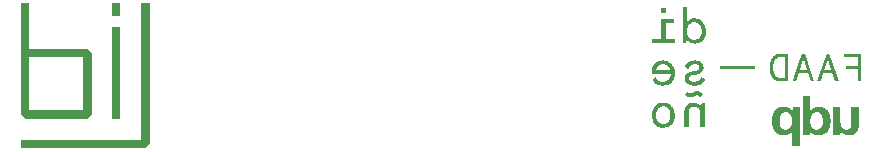
<source format=gbr>
%TF.GenerationSoftware,KiCad,Pcbnew,9.0.2*%
%TF.CreationDate,2025-06-20T13:08:06-04:00*%
%TF.ProjectId,proyecto_2_control,70726f79-6563-4746-9f5f-325f636f6e74,rev?*%
%TF.SameCoordinates,Original*%
%TF.FileFunction,Legend,Bot*%
%TF.FilePolarity,Positive*%
%FSLAX46Y46*%
G04 Gerber Fmt 4.6, Leading zero omitted, Abs format (unit mm)*
G04 Created by KiCad (PCBNEW 9.0.2) date 2025-06-20 13:08:06*
%MOMM*%
%LPD*%
G01*
G04 APERTURE LIST*
%ADD10C,0.000000*%
G04 APERTURE END LIST*
D10*
G36*
X129945927Y-58334690D02*
G01*
X129648271Y-58334690D01*
X129648271Y-57257888D01*
X128645288Y-57257888D01*
X128645288Y-57000000D01*
X129648271Y-57000000D01*
X129648271Y-56254668D01*
X128465504Y-56254668D01*
X128465504Y-55975824D01*
X129945927Y-55975824D01*
X129945927Y-58334690D01*
G37*
G36*
X124727180Y-63770607D02*
G01*
X124107102Y-63770607D01*
X124107102Y-62564980D01*
X124097815Y-62564980D01*
X124057035Y-62610662D01*
X124016176Y-62652019D01*
X123975173Y-62689241D01*
X123933959Y-62722518D01*
X123892468Y-62752041D01*
X123850632Y-62777999D01*
X123808385Y-62800582D01*
X123765661Y-62819982D01*
X123722392Y-62836387D01*
X123678513Y-62849988D01*
X123633956Y-62860975D01*
X123588656Y-62869538D01*
X123542544Y-62875867D01*
X123495556Y-62880152D01*
X123447623Y-62882584D01*
X123398681Y-62883353D01*
X123330197Y-62881660D01*
X123264472Y-62876649D01*
X123201466Y-62868416D01*
X123141142Y-62857060D01*
X123083460Y-62842679D01*
X123028384Y-62825369D01*
X122975873Y-62805229D01*
X122925891Y-62782358D01*
X122878398Y-62756852D01*
X122833358Y-62728810D01*
X122790730Y-62698329D01*
X122750477Y-62665507D01*
X122712562Y-62630443D01*
X122676944Y-62593233D01*
X122643587Y-62553977D01*
X122612451Y-62512771D01*
X122583500Y-62469713D01*
X122556693Y-62424902D01*
X122531994Y-62378435D01*
X122509363Y-62330410D01*
X122488763Y-62280925D01*
X122470154Y-62230077D01*
X122453500Y-62177965D01*
X122438762Y-62124687D01*
X122414878Y-62015021D01*
X122398197Y-61901863D01*
X122388414Y-61785996D01*
X122385221Y-61668202D01*
X123032921Y-61668202D01*
X123034323Y-61727545D01*
X123038699Y-61789112D01*
X123046307Y-61852068D01*
X123057403Y-61915577D01*
X123072244Y-61978803D01*
X123091087Y-62040913D01*
X123114188Y-62101071D01*
X123141804Y-62158442D01*
X123157385Y-62185821D01*
X123174191Y-62212191D01*
X123192255Y-62237446D01*
X123211608Y-62261482D01*
X123232282Y-62284196D01*
X123254309Y-62305482D01*
X123277722Y-62325236D01*
X123302553Y-62343354D01*
X123328833Y-62359731D01*
X123356595Y-62374264D01*
X123385871Y-62386847D01*
X123416693Y-62397376D01*
X123449093Y-62405747D01*
X123483103Y-62411855D01*
X123518755Y-62415597D01*
X123556082Y-62416868D01*
X123593474Y-62415651D01*
X123629320Y-62412062D01*
X123663641Y-62406196D01*
X123696463Y-62398147D01*
X123727808Y-62388009D01*
X123757700Y-62375876D01*
X123786162Y-62361841D01*
X123813219Y-62345999D01*
X123838895Y-62328445D01*
X123863211Y-62309271D01*
X123886193Y-62288572D01*
X123907864Y-62266443D01*
X123928247Y-62242976D01*
X123947367Y-62218267D01*
X123965246Y-62192409D01*
X123981909Y-62165497D01*
X123997378Y-62137624D01*
X124011679Y-62108884D01*
X124024834Y-62079371D01*
X124036866Y-62049181D01*
X124047801Y-62018405D01*
X124057660Y-61987140D01*
X124074249Y-61923513D01*
X124086823Y-61859054D01*
X124095570Y-61794514D01*
X124100679Y-61730646D01*
X124102340Y-61668202D01*
X124100473Y-61605910D01*
X124094789Y-61542473D01*
X124085168Y-61478603D01*
X124071488Y-61415012D01*
X124053628Y-61352413D01*
X124031467Y-61291518D01*
X124004882Y-61233041D01*
X123973753Y-61177694D01*
X123956446Y-61151417D01*
X123937958Y-61126190D01*
X123918273Y-61102101D01*
X123897376Y-61079240D01*
X123875252Y-61057697D01*
X123851886Y-61037559D01*
X123827262Y-61018916D01*
X123801365Y-61001858D01*
X123774181Y-60986473D01*
X123745694Y-60972850D01*
X123715888Y-60961078D01*
X123684749Y-60951247D01*
X123652262Y-60943446D01*
X123618411Y-60937763D01*
X123583181Y-60934289D01*
X123546677Y-60933114D01*
X123509892Y-60934342D01*
X123474665Y-60937970D01*
X123441080Y-60943896D01*
X123409104Y-60952019D01*
X123378703Y-60962241D01*
X123349845Y-60974462D01*
X123322497Y-60988583D01*
X123296625Y-61004503D01*
X123272198Y-61022125D01*
X123249181Y-61041348D01*
X123227542Y-61062073D01*
X123207247Y-61084201D01*
X123188265Y-61107632D01*
X123170561Y-61132266D01*
X123154102Y-61158005D01*
X123138857Y-61184749D01*
X123124791Y-61212398D01*
X123111872Y-61240854D01*
X123100066Y-61270016D01*
X123089341Y-61299786D01*
X123079664Y-61330063D01*
X123071001Y-61360749D01*
X123056588Y-61422948D01*
X123045838Y-61485589D01*
X123038486Y-61547874D01*
X123034268Y-61609010D01*
X123032921Y-61668202D01*
X122385221Y-61668202D01*
X122388410Y-61550565D01*
X122398170Y-61435143D01*
X122414785Y-61322678D01*
X122438542Y-61213911D01*
X122469726Y-61109584D01*
X122508622Y-61010438D01*
X122531052Y-60963040D01*
X122555517Y-60917215D01*
X122582053Y-60873057D01*
X122610695Y-60830657D01*
X122641480Y-60790108D01*
X122674444Y-60751504D01*
X122709621Y-60714937D01*
X122747047Y-60680499D01*
X122786759Y-60648284D01*
X122828792Y-60618384D01*
X122873182Y-60590891D01*
X122919964Y-60565899D01*
X122969174Y-60543500D01*
X123020848Y-60523786D01*
X123075021Y-60506852D01*
X123131730Y-60492788D01*
X123191009Y-60481688D01*
X123252896Y-60473645D01*
X123317424Y-60468751D01*
X123384631Y-60467099D01*
X123451779Y-60468921D01*
X123515918Y-60474299D01*
X123577096Y-60483097D01*
X123635362Y-60495183D01*
X123690765Y-60510422D01*
X123743354Y-60528681D01*
X123793177Y-60549825D01*
X123840284Y-60573720D01*
X123884722Y-60600233D01*
X123926542Y-60629229D01*
X123965792Y-60660575D01*
X124002521Y-60694137D01*
X124036777Y-60729780D01*
X124068610Y-60767371D01*
X124098068Y-60806776D01*
X124125200Y-60847861D01*
X124134725Y-60847861D01*
X124134725Y-60520916D01*
X124727180Y-60520916D01*
X124727180Y-61668202D01*
X124727180Y-63770607D01*
G37*
G36*
X114159432Y-57412192D02*
G01*
X114169633Y-57501074D01*
X114173717Y-57590713D01*
X114171725Y-57680531D01*
X114163696Y-57769952D01*
X114149666Y-57858399D01*
X114129677Y-57945297D01*
X114103765Y-58030068D01*
X114071971Y-58112136D01*
X114034333Y-58190926D01*
X113990889Y-58265859D01*
X113941678Y-58336361D01*
X113886740Y-58401853D01*
X113826112Y-58461761D01*
X113759834Y-58515507D01*
X113687944Y-58562515D01*
X113610482Y-58602208D01*
X113527485Y-58634010D01*
X113438993Y-58657345D01*
X113345045Y-58671637D01*
X113259868Y-58678674D01*
X113176126Y-58682524D01*
X113094061Y-58682749D01*
X113013913Y-58678907D01*
X112974634Y-58675324D01*
X112935924Y-58670558D01*
X112897814Y-58664556D01*
X112860334Y-58657263D01*
X112823515Y-58648622D01*
X112787385Y-58638580D01*
X112751976Y-58627081D01*
X112717318Y-58614070D01*
X112683440Y-58599492D01*
X112650373Y-58583292D01*
X112618146Y-58565416D01*
X112586791Y-58545807D01*
X112556337Y-58524412D01*
X112526814Y-58501174D01*
X112498253Y-58476039D01*
X112470683Y-58448953D01*
X112444135Y-58419859D01*
X112418639Y-58388703D01*
X112394224Y-58355430D01*
X112370922Y-58319985D01*
X112348762Y-58282312D01*
X112327774Y-58242358D01*
X112307989Y-58200066D01*
X112289436Y-58155382D01*
X112284673Y-58122758D01*
X112557089Y-57983218D01*
X112585864Y-58040154D01*
X112618235Y-58092282D01*
X112653911Y-58139663D01*
X112692599Y-58182356D01*
X112734005Y-58220423D01*
X112777837Y-58253922D01*
X112823802Y-58282915D01*
X112871607Y-58307462D01*
X112920959Y-58327623D01*
X112971567Y-58343458D01*
X113023135Y-58355027D01*
X113075373Y-58362392D01*
X113127986Y-58365611D01*
X113180683Y-58364745D01*
X113233170Y-58359856D01*
X113285155Y-58351001D01*
X113336344Y-58338243D01*
X113386446Y-58321642D01*
X113435166Y-58301257D01*
X113482213Y-58277148D01*
X113527292Y-58249377D01*
X113570113Y-58218003D01*
X113610381Y-58183087D01*
X113647804Y-58144688D01*
X113682089Y-58102868D01*
X113712944Y-58057686D01*
X113740074Y-58009203D01*
X113763189Y-57957478D01*
X113781994Y-57902573D01*
X113796197Y-57844547D01*
X113805505Y-57783461D01*
X113809625Y-57719375D01*
X112221334Y-57719375D01*
X112215731Y-57663572D01*
X112212067Y-57601361D01*
X112210797Y-57522981D01*
X112211756Y-57479300D01*
X112214148Y-57433462D01*
X112218253Y-57386096D01*
X112218265Y-57386000D01*
X112595188Y-57386000D01*
X113785812Y-57386000D01*
X113775749Y-57326088D01*
X113760187Y-57269821D01*
X113739501Y-57217219D01*
X113714065Y-57168307D01*
X113684253Y-57123104D01*
X113650442Y-57081635D01*
X113613006Y-57043920D01*
X113572319Y-57009982D01*
X113528757Y-56979843D01*
X113482693Y-56953525D01*
X113434504Y-56931050D01*
X113384563Y-56912440D01*
X113333246Y-56897718D01*
X113280928Y-56886905D01*
X113227982Y-56880024D01*
X113174785Y-56877097D01*
X113121710Y-56878145D01*
X113069133Y-56883192D01*
X113017428Y-56892258D01*
X112966970Y-56905366D01*
X112918135Y-56922539D01*
X112871296Y-56943798D01*
X112826829Y-56969165D01*
X112785108Y-56998663D01*
X112746508Y-57032314D01*
X112711405Y-57070140D01*
X112680172Y-57112162D01*
X112653185Y-57158403D01*
X112630818Y-57208885D01*
X112613446Y-57263631D01*
X112601445Y-57322662D01*
X112595188Y-57386000D01*
X112218265Y-57386000D01*
X112224348Y-57337831D01*
X112232711Y-57289296D01*
X112243622Y-57241118D01*
X112257358Y-57193927D01*
X112274198Y-57148351D01*
X112291230Y-57102132D01*
X112310224Y-57057856D01*
X112331112Y-57015513D01*
X112353824Y-56975096D01*
X112378292Y-56936593D01*
X112404448Y-56899998D01*
X112432224Y-56865299D01*
X112461550Y-56832489D01*
X112492359Y-56801558D01*
X112524582Y-56772497D01*
X112558150Y-56745296D01*
X112592996Y-56719948D01*
X112629050Y-56696441D01*
X112666244Y-56674769D01*
X112704510Y-56654921D01*
X112743780Y-56636888D01*
X112825055Y-56606232D01*
X112909521Y-56582727D01*
X112996632Y-56566302D01*
X113085839Y-56556882D01*
X113176595Y-56554395D01*
X113268351Y-56558769D01*
X113360562Y-56569930D01*
X113452678Y-56587805D01*
X113545908Y-56614401D01*
X113632518Y-56649248D01*
X113712547Y-56691768D01*
X113786035Y-56741385D01*
X113853019Y-56797523D01*
X113913539Y-56859605D01*
X113967633Y-56927055D01*
X114015341Y-56999296D01*
X114056700Y-57075751D01*
X114091750Y-57155845D01*
X114120530Y-57239001D01*
X114143078Y-57324642D01*
X114154539Y-57386000D01*
X114159432Y-57412192D01*
G37*
G36*
X114164633Y-61198275D02*
G01*
X114160383Y-61298036D01*
X114148632Y-61396922D01*
X114129330Y-61494150D01*
X114102426Y-61588934D01*
X114067871Y-61680488D01*
X114025614Y-61768028D01*
X113975605Y-61850767D01*
X113917794Y-61927921D01*
X113852130Y-61998703D01*
X113778563Y-62062330D01*
X113697043Y-62118014D01*
X113607521Y-62164972D01*
X113509944Y-62202417D01*
X113404264Y-62229565D01*
X113290430Y-62245630D01*
X113168392Y-62249826D01*
X113038099Y-62241368D01*
X112933193Y-62223419D01*
X112835356Y-62194393D01*
X112744623Y-62155088D01*
X112661029Y-62106302D01*
X112584610Y-62048833D01*
X112515402Y-61983480D01*
X112453439Y-61911039D01*
X112398756Y-61832310D01*
X112351390Y-61748090D01*
X112311375Y-61659178D01*
X112278746Y-61566370D01*
X112253540Y-61470467D01*
X112235791Y-61372264D01*
X112225535Y-61272562D01*
X112223820Y-61209469D01*
X112587455Y-61209469D01*
X112588101Y-61258292D01*
X112590835Y-61306281D01*
X112595682Y-61353321D01*
X112602663Y-61399297D01*
X112611802Y-61444094D01*
X112623123Y-61487596D01*
X112636647Y-61529689D01*
X112652399Y-61570256D01*
X112670401Y-61609182D01*
X112690677Y-61646353D01*
X112713249Y-61681653D01*
X112738141Y-61714966D01*
X112765375Y-61746178D01*
X112794976Y-61775173D01*
X112826966Y-61801836D01*
X112861368Y-61826051D01*
X112898205Y-61847704D01*
X112937500Y-61866678D01*
X112979277Y-61882860D01*
X113023559Y-61896132D01*
X113070368Y-61906381D01*
X113119728Y-61913490D01*
X113171662Y-61917345D01*
X113226193Y-61917831D01*
X113283344Y-61914831D01*
X113343139Y-61908231D01*
X113398610Y-61896983D01*
X113450462Y-61879368D01*
X113498703Y-61855803D01*
X113543340Y-61826707D01*
X113584383Y-61792498D01*
X113621839Y-61753593D01*
X113655717Y-61710410D01*
X113686024Y-61663368D01*
X113712769Y-61612884D01*
X113735960Y-61559376D01*
X113755606Y-61503262D01*
X113771714Y-61444960D01*
X113784292Y-61384888D01*
X113793350Y-61323464D01*
X113798894Y-61261106D01*
X113800934Y-61198232D01*
X113799478Y-61135259D01*
X113794533Y-61072605D01*
X113786108Y-61010690D01*
X113774211Y-60949929D01*
X113758850Y-60890742D01*
X113740033Y-60833546D01*
X113717770Y-60778760D01*
X113692067Y-60726800D01*
X113662933Y-60678086D01*
X113630376Y-60633034D01*
X113594405Y-60592063D01*
X113555027Y-60555592D01*
X113512252Y-60524036D01*
X113466086Y-60497816D01*
X113416538Y-60477348D01*
X113363617Y-60463051D01*
X113363617Y-60463288D01*
X113330590Y-60457223D01*
X113297919Y-60452508D01*
X113265634Y-60449135D01*
X113233763Y-60447099D01*
X113202334Y-60446392D01*
X113171378Y-60447008D01*
X113140921Y-60448940D01*
X113110994Y-60452182D01*
X113081624Y-60456727D01*
X113052840Y-60462567D01*
X113024672Y-60469697D01*
X112997148Y-60478110D01*
X112970297Y-60487799D01*
X112944147Y-60498758D01*
X112918727Y-60510979D01*
X112894066Y-60524457D01*
X112870192Y-60539184D01*
X112847135Y-60555153D01*
X112824923Y-60572359D01*
X112803585Y-60590794D01*
X112783150Y-60610453D01*
X112763646Y-60631327D01*
X112745101Y-60653410D01*
X112727546Y-60676697D01*
X112711008Y-60701179D01*
X112695516Y-60726851D01*
X112681099Y-60753706D01*
X112667786Y-60781736D01*
X112655605Y-60810937D01*
X112644586Y-60841299D01*
X112634756Y-60872818D01*
X112626145Y-60905487D01*
X112614745Y-60956889D01*
X112605294Y-61008150D01*
X112597817Y-61059154D01*
X112592336Y-61109785D01*
X112588874Y-61159928D01*
X112587455Y-61209469D01*
X112223820Y-61209469D01*
X112222806Y-61172156D01*
X112227641Y-61071847D01*
X112240075Y-60972431D01*
X112260142Y-60874707D01*
X112287879Y-60779472D01*
X112323320Y-60687526D01*
X112366501Y-60599665D01*
X112417457Y-60516688D01*
X112476224Y-60439393D01*
X112542837Y-60368578D01*
X112617331Y-60305041D01*
X112699741Y-60249581D01*
X112790103Y-60202994D01*
X112888452Y-60166079D01*
X112994823Y-60139635D01*
X113109253Y-60124459D01*
X113231775Y-60121350D01*
X113362425Y-60131104D01*
X113464662Y-60149723D01*
X113560151Y-60179249D01*
X113648842Y-60218896D01*
X113730686Y-60267879D01*
X113805631Y-60325414D01*
X113873628Y-60390713D01*
X113934626Y-60462993D01*
X113988575Y-60541468D01*
X114035426Y-60625352D01*
X114075127Y-60713861D01*
X114107628Y-60806208D01*
X114132879Y-60901608D01*
X114150831Y-60999276D01*
X114161432Y-61098427D01*
X114164631Y-61198232D01*
X114164633Y-61198275D01*
G37*
G36*
X115779441Y-60122282D02*
G01*
X115823552Y-60126774D01*
X115867375Y-60133738D01*
X115910777Y-60143172D01*
X115953620Y-60155075D01*
X115995771Y-60169447D01*
X116037094Y-60186287D01*
X116077452Y-60205592D01*
X116116711Y-60227364D01*
X116154736Y-60251600D01*
X116191391Y-60278299D01*
X116226541Y-60307461D01*
X116260050Y-60339084D01*
X116291782Y-60373168D01*
X116321604Y-60409711D01*
X116345606Y-60370717D01*
X116371551Y-60330285D01*
X116397853Y-60290462D01*
X116422926Y-60253293D01*
X116463050Y-60195098D01*
X116479243Y-60172063D01*
X116714511Y-60172063D01*
X116714511Y-62196125D01*
X116335654Y-62196125D01*
X116335654Y-61108846D01*
X116333519Y-61037027D01*
X116330852Y-61002339D01*
X116327117Y-60968496D01*
X116322315Y-60935522D01*
X116316448Y-60903439D01*
X116309513Y-60872272D01*
X116301513Y-60842042D01*
X116292447Y-60812774D01*
X116282314Y-60784491D01*
X116271117Y-60757215D01*
X116258853Y-60730970D01*
X116245525Y-60705780D01*
X116231131Y-60681666D01*
X116215673Y-60658653D01*
X116199149Y-60636764D01*
X116181561Y-60616022D01*
X116162909Y-60596450D01*
X116143192Y-60578071D01*
X116122412Y-60560908D01*
X116100567Y-60544986D01*
X116077659Y-60530326D01*
X116053687Y-60516952D01*
X116028652Y-60504888D01*
X116002554Y-60494156D01*
X115975392Y-60484779D01*
X115947168Y-60476782D01*
X115917881Y-60470187D01*
X115887532Y-60465016D01*
X115856120Y-60461295D01*
X115823646Y-60459045D01*
X115790110Y-60458290D01*
X115747194Y-60459845D01*
X115704657Y-60464525D01*
X115662830Y-60472351D01*
X115642286Y-60477450D01*
X115622043Y-60483345D01*
X115602141Y-60490036D01*
X115582624Y-60497528D01*
X115563530Y-60505823D01*
X115544903Y-60514923D01*
X115526782Y-60524831D01*
X115509210Y-60535551D01*
X115492227Y-60547083D01*
X115475875Y-60559433D01*
X115460195Y-60572601D01*
X115445227Y-60586591D01*
X115431014Y-60601405D01*
X115417596Y-60617047D01*
X115405015Y-60633518D01*
X115393312Y-60650822D01*
X115382528Y-60668961D01*
X115372704Y-60687938D01*
X115363881Y-60707756D01*
X115356101Y-60728417D01*
X115349405Y-60749924D01*
X115343834Y-60772280D01*
X115339430Y-60795487D01*
X115336233Y-60819549D01*
X115334284Y-60844467D01*
X115333625Y-60870245D01*
X115333625Y-62196125D01*
X114976438Y-62196125D01*
X114976318Y-62196244D01*
X114976197Y-62196362D01*
X114976197Y-60848100D01*
X114976772Y-60820568D01*
X114978462Y-60793517D01*
X114981217Y-60766945D01*
X114984986Y-60740853D01*
X114989717Y-60715242D01*
X114995360Y-60690110D01*
X115001864Y-60665459D01*
X115009178Y-60641287D01*
X115017251Y-60617596D01*
X115026033Y-60594384D01*
X115035471Y-60571652D01*
X115045515Y-60549401D01*
X115056115Y-60527629D01*
X115067219Y-60506338D01*
X115078777Y-60485526D01*
X115090737Y-60465195D01*
X115116860Y-60425028D01*
X115145133Y-60387351D01*
X115175421Y-60352163D01*
X115207589Y-60319462D01*
X115241500Y-60289248D01*
X115277020Y-60261520D01*
X115314013Y-60236276D01*
X115352343Y-60213515D01*
X115391876Y-60193237D01*
X115432476Y-60175440D01*
X115474008Y-60160124D01*
X115516335Y-60147288D01*
X115559324Y-60136930D01*
X115602838Y-60129049D01*
X115646742Y-60123645D01*
X115690901Y-60120717D01*
X115735179Y-60120263D01*
X115779441Y-60122282D01*
G37*
G36*
X115965425Y-56554846D02*
G01*
X116032343Y-56563606D01*
X116097705Y-56576829D01*
X116161068Y-56594532D01*
X116221991Y-56616727D01*
X116280030Y-56643430D01*
X116334743Y-56674656D01*
X116385686Y-56710418D01*
X116432418Y-56750731D01*
X116474496Y-56795610D01*
X116511477Y-56845070D01*
X116542919Y-56899124D01*
X116568378Y-56957787D01*
X116587412Y-57021075D01*
X116599579Y-57089001D01*
X116604436Y-57161579D01*
X116601540Y-57238826D01*
X116590449Y-57320754D01*
X116586512Y-57339187D01*
X116581516Y-57357162D01*
X116575506Y-57374683D01*
X116568525Y-57391751D01*
X116560616Y-57408368D01*
X116551825Y-57424539D01*
X116542193Y-57440264D01*
X116531766Y-57455548D01*
X116520587Y-57470392D01*
X116508700Y-57484799D01*
X116482975Y-57512313D01*
X116454943Y-57538111D01*
X116424953Y-57562213D01*
X116393355Y-57584642D01*
X116360501Y-57605416D01*
X116326739Y-57624559D01*
X116292421Y-57642090D01*
X116257896Y-57658030D01*
X116223515Y-57672400D01*
X116189628Y-57685222D01*
X116156585Y-57696516D01*
X116133563Y-57703440D01*
X116108219Y-57710136D01*
X116051434Y-57723055D01*
X115919562Y-57748456D01*
X115774875Y-57776045D01*
X115702073Y-57791699D01*
X115631282Y-57809148D01*
X115613586Y-57814254D01*
X115596157Y-57820049D01*
X115579034Y-57826511D01*
X115562258Y-57833620D01*
X115545872Y-57841357D01*
X115529916Y-57849699D01*
X115514431Y-57858628D01*
X115499458Y-57868121D01*
X115485038Y-57878160D01*
X115471212Y-57888723D01*
X115458022Y-57899790D01*
X115445508Y-57911340D01*
X115433712Y-57923353D01*
X115422675Y-57935809D01*
X115412437Y-57948686D01*
X115403039Y-57961965D01*
X115394524Y-57975625D01*
X115386931Y-57989645D01*
X115380303Y-58004005D01*
X115374679Y-58018684D01*
X115370102Y-58033663D01*
X115366611Y-58048920D01*
X115364249Y-58064434D01*
X115363057Y-58080187D01*
X115363074Y-58096156D01*
X115364343Y-58112322D01*
X115366905Y-58128663D01*
X115370800Y-58145160D01*
X115376070Y-58161793D01*
X115382756Y-58178539D01*
X115390898Y-58195380D01*
X115400539Y-58212294D01*
X115416081Y-58234370D01*
X115434196Y-58254378D01*
X115454712Y-58272368D01*
X115477455Y-58288394D01*
X115502253Y-58302507D01*
X115528933Y-58314758D01*
X115557322Y-58325201D01*
X115587247Y-58333887D01*
X115618536Y-58340868D01*
X115651015Y-58346196D01*
X115684512Y-58349922D01*
X115718855Y-58352100D01*
X115789384Y-58352016D01*
X115861220Y-58346359D01*
X115932981Y-58335545D01*
X116003285Y-58319991D01*
X116070748Y-58300110D01*
X116133989Y-58276321D01*
X116191625Y-58249037D01*
X116217909Y-58234215D01*
X116242274Y-58218676D01*
X116264546Y-58202471D01*
X116284554Y-58185652D01*
X116302123Y-58168272D01*
X116317082Y-58150382D01*
X116333092Y-58128308D01*
X116348235Y-58106131D01*
X116362468Y-58083748D01*
X116369230Y-58072447D01*
X116375749Y-58061055D01*
X116382020Y-58049560D01*
X116388037Y-58037949D01*
X116393796Y-58026209D01*
X116399290Y-58014327D01*
X116404515Y-58002289D01*
X116409466Y-57990085D01*
X116414137Y-57977699D01*
X116418522Y-57965120D01*
X116418763Y-57965118D01*
X116744994Y-58132283D01*
X116732712Y-58159411D01*
X116717104Y-58190235D01*
X116694958Y-58229825D01*
X116681380Y-58252264D01*
X116666103Y-58276123D01*
X116649107Y-58301145D01*
X116630370Y-58327073D01*
X116609871Y-58353649D01*
X116587588Y-58380618D01*
X116563500Y-58407721D01*
X116537587Y-58434701D01*
X116495311Y-58473321D01*
X116449004Y-58508923D01*
X116399032Y-58541469D01*
X116345761Y-58570924D01*
X116289556Y-58597251D01*
X116230783Y-58620413D01*
X116169809Y-58640373D01*
X116106998Y-58657096D01*
X116042716Y-58670544D01*
X115977330Y-58680680D01*
X115911204Y-58687469D01*
X115844705Y-58690872D01*
X115778198Y-58690855D01*
X115712050Y-58687380D01*
X115646625Y-58680411D01*
X115582289Y-58669910D01*
X115519409Y-58655842D01*
X115458350Y-58638169D01*
X115399478Y-58616856D01*
X115343158Y-58591865D01*
X115289756Y-58563159D01*
X115239639Y-58530703D01*
X115193171Y-58494460D01*
X115150718Y-58454392D01*
X115112646Y-58410464D01*
X115079321Y-58362638D01*
X115051109Y-58310879D01*
X115028375Y-58255149D01*
X115011486Y-58195411D01*
X115000806Y-58131630D01*
X114996701Y-58063769D01*
X114999538Y-57991790D01*
X115005827Y-57942431D01*
X115015733Y-57896541D01*
X115029073Y-57853966D01*
X115045665Y-57814551D01*
X115065324Y-57778140D01*
X115087870Y-57744581D01*
X115113119Y-57713718D01*
X115140888Y-57685397D01*
X115170995Y-57659463D01*
X115203257Y-57635762D01*
X115237491Y-57614140D01*
X115273515Y-57594441D01*
X115350202Y-57560196D01*
X115431854Y-57531791D01*
X115517012Y-57507991D01*
X115604213Y-57487559D01*
X115778899Y-57451855D01*
X115863461Y-57434111D01*
X115944220Y-57414790D01*
X116019715Y-57392656D01*
X116088484Y-57366473D01*
X116113081Y-57354585D01*
X116135507Y-57341616D01*
X116155800Y-57327654D01*
X116173998Y-57312788D01*
X116190138Y-57297106D01*
X116204260Y-57280696D01*
X116216399Y-57263647D01*
X116226595Y-57246046D01*
X116234885Y-57227983D01*
X116241307Y-57209545D01*
X116245898Y-57190820D01*
X116248697Y-57171898D01*
X116249742Y-57152866D01*
X116249070Y-57133812D01*
X116246719Y-57114826D01*
X116242727Y-57095994D01*
X116237132Y-57077406D01*
X116229972Y-57059150D01*
X116221284Y-57041314D01*
X116211107Y-57023986D01*
X116199478Y-57007255D01*
X116186435Y-56991209D01*
X116172015Y-56975936D01*
X116156258Y-56961524D01*
X116139200Y-56948063D01*
X116120880Y-56935639D01*
X116101335Y-56924342D01*
X116080603Y-56914259D01*
X116058723Y-56905480D01*
X116035731Y-56898092D01*
X116011665Y-56892183D01*
X115986565Y-56887843D01*
X115954989Y-56883955D01*
X115924233Y-56881086D01*
X115894278Y-56879235D01*
X115865109Y-56878401D01*
X115836707Y-56878584D01*
X115809058Y-56879782D01*
X115782142Y-56881994D01*
X115755945Y-56885220D01*
X115730448Y-56889458D01*
X115705635Y-56894709D01*
X115681489Y-56900970D01*
X115657993Y-56908240D01*
X115635130Y-56916520D01*
X115612884Y-56925808D01*
X115591237Y-56936103D01*
X115570173Y-56947404D01*
X115549675Y-56959710D01*
X115529726Y-56973021D01*
X115510309Y-56987335D01*
X115491407Y-57002652D01*
X115473003Y-57018971D01*
X115455080Y-57036290D01*
X115437622Y-57054609D01*
X115420612Y-57073926D01*
X115404033Y-57094242D01*
X115387867Y-57115555D01*
X115372099Y-57137864D01*
X115356710Y-57161168D01*
X115327007Y-57210758D01*
X115298621Y-57264318D01*
X115005252Y-57103108D01*
X115008935Y-57091629D01*
X115013816Y-57077980D01*
X115020967Y-57059679D01*
X115030575Y-57037193D01*
X115042822Y-57010986D01*
X115057894Y-56981526D01*
X115066546Y-56965722D01*
X115075974Y-56949278D01*
X115113110Y-56892818D01*
X115155330Y-56840604D01*
X115202191Y-56792651D01*
X115253250Y-56748973D01*
X115308066Y-56709585D01*
X115366196Y-56674502D01*
X115427196Y-56643738D01*
X115490624Y-56617307D01*
X115556037Y-56595224D01*
X115622994Y-56577503D01*
X115691050Y-56564160D01*
X115759764Y-56555208D01*
X115828693Y-56550662D01*
X115897394Y-56550537D01*
X115965425Y-56554846D01*
G37*
G36*
X67214375Y-52784627D02*
G01*
X66500000Y-52784627D01*
X66500000Y-51705444D01*
X67214375Y-51705444D01*
X67214375Y-52784627D01*
G37*
G36*
X64805980Y-61124241D02*
G01*
X64429981Y-61500239D01*
X59187183Y-61500239D01*
X58811184Y-61124241D01*
X58811184Y-61124003D01*
X58811182Y-61124002D01*
X58811184Y-61124001D01*
X58812781Y-56265301D01*
X59528653Y-56265301D01*
X59528653Y-60785628D01*
X64091605Y-60785628D01*
X64091605Y-56265301D01*
X59528653Y-56265301D01*
X58812781Y-56265301D01*
X58814279Y-51705683D01*
X58814278Y-51705444D01*
X59528653Y-51705444D01*
X59528653Y-55550926D01*
X64429981Y-55550926D01*
X64805980Y-55926925D01*
X64805980Y-60785628D01*
X64805980Y-61124241D01*
G37*
G36*
X128053548Y-58334690D02*
G01*
X127742081Y-58334690D01*
X127505146Y-57609599D01*
X126749338Y-57609599D01*
X126512403Y-58334690D01*
X126200936Y-58334690D01*
X126538371Y-57371714D01*
X126826966Y-57371714D01*
X127427279Y-57371714D01*
X127132719Y-56470648D01*
X127121288Y-56470648D01*
X126826966Y-57371714D01*
X126538371Y-57371714D01*
X126854113Y-56470648D01*
X126853875Y-56470647D01*
X127027229Y-55975824D01*
X127227016Y-55975824D01*
X127400372Y-56470647D01*
X127716113Y-57371714D01*
X128053548Y-58334690D01*
G37*
G36*
X120930514Y-57280272D02*
G01*
X118000149Y-57280272D01*
X118000149Y-57027859D01*
X120930514Y-57027859D01*
X120930514Y-57280272D01*
G37*
G36*
X116059312Y-59167239D02*
G01*
X116085178Y-59168578D01*
X116110885Y-59170961D01*
X116136382Y-59174390D01*
X116161616Y-59178868D01*
X116186536Y-59184396D01*
X116211090Y-59190975D01*
X116235226Y-59198608D01*
X116258892Y-59207295D01*
X116282035Y-59217038D01*
X116304604Y-59227840D01*
X116326547Y-59239702D01*
X116347812Y-59252625D01*
X116368347Y-59266611D01*
X116388100Y-59281662D01*
X116407018Y-59297779D01*
X116425051Y-59314964D01*
X116442146Y-59333219D01*
X116458251Y-59352546D01*
X116473314Y-59372945D01*
X116487283Y-59394419D01*
X116500106Y-59416970D01*
X116511731Y-59440599D01*
X116522107Y-59465307D01*
X116273504Y-59649140D01*
X116238500Y-59637471D01*
X116223586Y-59611445D01*
X116208534Y-59588462D01*
X116193350Y-59568391D01*
X116178036Y-59551098D01*
X116162595Y-59536451D01*
X116147031Y-59524315D01*
X116131347Y-59514559D01*
X116115546Y-59507050D01*
X116099631Y-59501654D01*
X116083605Y-59498238D01*
X116067472Y-59496670D01*
X116051236Y-59496817D01*
X116034898Y-59498545D01*
X116018463Y-59501722D01*
X116001934Y-59506215D01*
X115985313Y-59511891D01*
X115968605Y-59518616D01*
X115951812Y-59526259D01*
X115917984Y-59543763D01*
X115849455Y-59583927D01*
X115814806Y-59604459D01*
X115779933Y-59623873D01*
X115744864Y-59641105D01*
X115727264Y-59648571D01*
X115709624Y-59655093D01*
X115682781Y-59663697D01*
X115656148Y-59671250D01*
X115629734Y-59677754D01*
X115603550Y-59683212D01*
X115577604Y-59687625D01*
X115551906Y-59690995D01*
X115526465Y-59693326D01*
X115501291Y-59694618D01*
X115476392Y-59694875D01*
X115451779Y-59694099D01*
X115427460Y-59692291D01*
X115403446Y-59689454D01*
X115379745Y-59685591D01*
X115356366Y-59680703D01*
X115333320Y-59674793D01*
X115310616Y-59667863D01*
X115288262Y-59659914D01*
X115266269Y-59650951D01*
X115244645Y-59640974D01*
X115223400Y-59629985D01*
X115202544Y-59617988D01*
X115182086Y-59604984D01*
X115162034Y-59590976D01*
X115142399Y-59575965D01*
X115123191Y-59559954D01*
X115104417Y-59542945D01*
X115086088Y-59524941D01*
X115068213Y-59505944D01*
X115050802Y-59485955D01*
X115033863Y-59464977D01*
X115017406Y-59443013D01*
X115001441Y-59420064D01*
X115285352Y-59195885D01*
X115300766Y-59226860D01*
X115316353Y-59254437D01*
X115332048Y-59278633D01*
X115347847Y-59299604D01*
X115363750Y-59317502D01*
X115379756Y-59332482D01*
X115395864Y-59344699D01*
X115412072Y-59354304D01*
X115428379Y-59361454D01*
X115444783Y-59366301D01*
X115461285Y-59369000D01*
X115477882Y-59369703D01*
X115494573Y-59368567D01*
X115511357Y-59365743D01*
X115528232Y-59361387D01*
X115545198Y-59355651D01*
X115562254Y-59348691D01*
X115579398Y-59340659D01*
X115613944Y-59321998D01*
X115648828Y-59300900D01*
X115684040Y-59278595D01*
X115719570Y-59256316D01*
X115755409Y-59235293D01*
X115791546Y-59216757D01*
X115809723Y-59208807D01*
X115827972Y-59201941D01*
X115852924Y-59193950D01*
X115878185Y-59186989D01*
X115903704Y-59181060D01*
X115929428Y-59176163D01*
X115955306Y-59172302D01*
X115981285Y-59169477D01*
X116007314Y-59167691D01*
X116033340Y-59166944D01*
X116059312Y-59167239D01*
G37*
G36*
X123765156Y-58334690D02*
G01*
X123073640Y-58334690D01*
X123027996Y-58333471D01*
X122983114Y-58329829D01*
X122939040Y-58323789D01*
X122895817Y-58315376D01*
X122853492Y-58304615D01*
X122812109Y-58291530D01*
X122771714Y-58276147D01*
X122732351Y-58258490D01*
X122694066Y-58238584D01*
X122656903Y-58216453D01*
X122620908Y-58192123D01*
X122586125Y-58165618D01*
X122552600Y-58136963D01*
X122520378Y-58106182D01*
X122489504Y-58073301D01*
X122460022Y-58038344D01*
X122431978Y-58001336D01*
X122405417Y-57962302D01*
X122380384Y-57921266D01*
X122356924Y-57878253D01*
X122335082Y-57833289D01*
X122314903Y-57786397D01*
X122296432Y-57737603D01*
X122279714Y-57686931D01*
X122264794Y-57634406D01*
X122251717Y-57580053D01*
X122240529Y-57523897D01*
X122231273Y-57465962D01*
X122223997Y-57406273D01*
X122218743Y-57344855D01*
X122215558Y-57281733D01*
X122214486Y-57216931D01*
X122214486Y-57110250D01*
X122495234Y-57110250D01*
X122495234Y-57204786D01*
X122498511Y-57303252D01*
X122508158Y-57396471D01*
X122523896Y-57484288D01*
X122533963Y-57526125D01*
X122545449Y-57566553D01*
X122558319Y-57605556D01*
X122572538Y-57643113D01*
X122588072Y-57679206D01*
X122604885Y-57713816D01*
X122622944Y-57746922D01*
X122642214Y-57778508D01*
X122662660Y-57808552D01*
X122684246Y-57837037D01*
X122706939Y-57863943D01*
X122730704Y-57889252D01*
X122755506Y-57912943D01*
X122781310Y-57934999D01*
X122808082Y-57955400D01*
X122835786Y-57974126D01*
X122864389Y-57991160D01*
X122893856Y-58006482D01*
X122924151Y-58020072D01*
X122955240Y-58031912D01*
X122987089Y-58041983D01*
X123019662Y-58050265D01*
X123052925Y-58056740D01*
X123086844Y-58061389D01*
X123121383Y-58064192D01*
X123156508Y-58065131D01*
X123467260Y-58065131D01*
X123467260Y-56249905D01*
X123156508Y-56249905D01*
X123121383Y-56250843D01*
X123086844Y-56253646D01*
X123052925Y-56258295D01*
X123019662Y-56264770D01*
X122987089Y-56273053D01*
X122955240Y-56283123D01*
X122924151Y-56294964D01*
X122893856Y-56308554D01*
X122864389Y-56323876D01*
X122835786Y-56340909D01*
X122808082Y-56359636D01*
X122781310Y-56380037D01*
X122755506Y-56402092D01*
X122730704Y-56425784D01*
X122706939Y-56451092D01*
X122684246Y-56477999D01*
X122662660Y-56506484D01*
X122642214Y-56536528D01*
X122622944Y-56568113D01*
X122604885Y-56601220D01*
X122588072Y-56635830D01*
X122572538Y-56671923D01*
X122558319Y-56709480D01*
X122545449Y-56748482D01*
X122533963Y-56788911D01*
X122523896Y-56830748D01*
X122515283Y-56873972D01*
X122508158Y-56918566D01*
X122502556Y-56964509D01*
X122498511Y-57011784D01*
X122496059Y-57060370D01*
X122495234Y-57110250D01*
X122214486Y-57110250D01*
X122214486Y-57093821D01*
X122218743Y-56965858D01*
X122231274Y-56844722D01*
X122251717Y-56730611D01*
X122264794Y-56676251D01*
X122279714Y-56623721D01*
X122296432Y-56573046D01*
X122314903Y-56524250D01*
X122335082Y-56477358D01*
X122356924Y-56432395D01*
X122380384Y-56389385D01*
X122405418Y-56348352D01*
X122431979Y-56309322D01*
X122460022Y-56272319D01*
X122489504Y-56237368D01*
X122520379Y-56204494D01*
X122552601Y-56173720D01*
X122586126Y-56145072D01*
X122620908Y-56118574D01*
X122656904Y-56094251D01*
X122694066Y-56072128D01*
X122732352Y-56052229D01*
X122771715Y-56034578D01*
X122812110Y-56019201D01*
X122853493Y-56006123D01*
X122895818Y-55995366D01*
X122939040Y-55986958D01*
X122983115Y-55980921D01*
X123027997Y-55977281D01*
X123073641Y-55976062D01*
X123073640Y-55975824D01*
X123765156Y-55975824D01*
X123765156Y-58065131D01*
X123765156Y-58334690D01*
G37*
G36*
X115285352Y-59195885D02*
G01*
X115285285Y-59195750D01*
X115285523Y-59195750D01*
X115285352Y-59195885D01*
G37*
G36*
X69718735Y-63621934D02*
G01*
X69329400Y-64001744D01*
X58811182Y-64001744D01*
X58811182Y-63287369D01*
X69003884Y-63287369D01*
X69003884Y-51705444D01*
X69718259Y-51705444D01*
X69718735Y-63621934D01*
G37*
G36*
X113452438Y-52575875D02*
G01*
X113000000Y-52575875D01*
X113000000Y-52099625D01*
X113452438Y-52099625D01*
X113452438Y-52575875D01*
G37*
G36*
X67214375Y-61500000D02*
G01*
X66500000Y-61500000D01*
X66500000Y-53689503D01*
X67214375Y-53689503D01*
X67214375Y-61500000D01*
G37*
G36*
X128173087Y-61650581D02*
G01*
X128174285Y-61707967D01*
X128178129Y-61768499D01*
X128184993Y-61831232D01*
X128195251Y-61895221D01*
X128209278Y-61959521D01*
X128227448Y-62023187D01*
X128250135Y-62085275D01*
X128277713Y-62144839D01*
X128293453Y-62173379D01*
X128310557Y-62200934D01*
X128329071Y-62227386D01*
X128349041Y-62252616D01*
X128370515Y-62276507D01*
X128393540Y-62298939D01*
X128418161Y-62319796D01*
X128444426Y-62338959D01*
X128472383Y-62356310D01*
X128502076Y-62371731D01*
X128533554Y-62385103D01*
X128566863Y-62396309D01*
X128602050Y-62405230D01*
X128639162Y-62411749D01*
X128678244Y-62415746D01*
X128719346Y-62417105D01*
X128755488Y-62416005D01*
X128789399Y-62412763D01*
X128821150Y-62407466D01*
X128850812Y-62400203D01*
X128878456Y-62391060D01*
X128904153Y-62380125D01*
X128927975Y-62367487D01*
X128949992Y-62353232D01*
X128970275Y-62337448D01*
X128988896Y-62320223D01*
X129005925Y-62301645D01*
X129021434Y-62281800D01*
X129035493Y-62260777D01*
X129048175Y-62238663D01*
X129059549Y-62215545D01*
X129069687Y-62191512D01*
X129078660Y-62166651D01*
X129086539Y-62141049D01*
X129093395Y-62114795D01*
X129099299Y-62087975D01*
X129104322Y-62060677D01*
X129108536Y-62032990D01*
X129114819Y-61976794D01*
X129118716Y-61920090D01*
X129120795Y-61863577D01*
X129121776Y-61753928D01*
X129121776Y-60520917D01*
X129741854Y-60520917D01*
X129741854Y-61977766D01*
X129738962Y-62073680D01*
X129730212Y-62166062D01*
X129715496Y-62254547D01*
X129694705Y-62338767D01*
X129681998Y-62379163D01*
X129667731Y-62418356D01*
X129651890Y-62456300D01*
X129634463Y-62492948D01*
X129615436Y-62528256D01*
X129594795Y-62562176D01*
X129572526Y-62594664D01*
X129548616Y-62625674D01*
X129523051Y-62655159D01*
X129495817Y-62683074D01*
X129466902Y-62709372D01*
X129436291Y-62734010D01*
X129403971Y-62756939D01*
X129369928Y-62778115D01*
X129334149Y-62797492D01*
X129296620Y-62815023D01*
X129257327Y-62830664D01*
X129216257Y-62844368D01*
X129173396Y-62856090D01*
X129128731Y-62865783D01*
X129082247Y-62873401D01*
X129033932Y-62878900D01*
X128983772Y-62882233D01*
X128931753Y-62883354D01*
X128871687Y-62881689D01*
X128812955Y-62876757D01*
X128755591Y-62868649D01*
X128699629Y-62857458D01*
X128645103Y-62843275D01*
X128592047Y-62826193D01*
X128540493Y-62806304D01*
X128490477Y-62783699D01*
X128442033Y-62758471D01*
X128395193Y-62730712D01*
X128349991Y-62700515D01*
X128306463Y-62667970D01*
X128264640Y-62633171D01*
X128224558Y-62596209D01*
X128186250Y-62557177D01*
X128149750Y-62516166D01*
X128140226Y-62516166D01*
X128140226Y-62829776D01*
X127552295Y-62829776D01*
X127552295Y-60520916D01*
X127552533Y-60520916D01*
X128173087Y-60520916D01*
X128173087Y-61650581D01*
G37*
G36*
X116802498Y-54042189D02*
G01*
X116798741Y-54149822D01*
X116786563Y-54256598D01*
X116766007Y-54361546D01*
X116737118Y-54463693D01*
X116699942Y-54562067D01*
X116654522Y-54655696D01*
X116600904Y-54743609D01*
X116539132Y-54824832D01*
X116469250Y-54898393D01*
X116391304Y-54963321D01*
X116305339Y-55018644D01*
X116211397Y-55063388D01*
X116109525Y-55096583D01*
X115999767Y-55117255D01*
X115882168Y-55124433D01*
X115756772Y-55117145D01*
X115712809Y-55111028D01*
X115671139Y-55103160D01*
X115631537Y-55093593D01*
X115593779Y-55082379D01*
X115557642Y-55069567D01*
X115522900Y-55055212D01*
X115489329Y-55039363D01*
X115456705Y-55022074D01*
X115424804Y-55003394D01*
X115393402Y-54983376D01*
X115362273Y-54962072D01*
X115331195Y-54939534D01*
X115299942Y-54915811D01*
X115268290Y-54890958D01*
X115202893Y-54838062D01*
X115088832Y-55079521D01*
X114857375Y-55076188D01*
X114857373Y-55076188D01*
X114857218Y-54083951D01*
X115182624Y-54083951D01*
X115188203Y-54159152D01*
X115199718Y-54233389D01*
X115217159Y-54305962D01*
X115240514Y-54376171D01*
X115269770Y-54443315D01*
X115304917Y-54506695D01*
X115345941Y-54565612D01*
X115392833Y-54619364D01*
X115445579Y-54667252D01*
X115504168Y-54708576D01*
X115568589Y-54742637D01*
X115638830Y-54768734D01*
X115714878Y-54786167D01*
X115796723Y-54794236D01*
X115884352Y-54792242D01*
X115977754Y-54779484D01*
X116034693Y-54764994D01*
X116088028Y-54744224D01*
X116137737Y-54717599D01*
X116183800Y-54685549D01*
X116226197Y-54648500D01*
X116264908Y-54606881D01*
X116299911Y-54561117D01*
X116331187Y-54511638D01*
X116358714Y-54458870D01*
X116382474Y-54403241D01*
X116402444Y-54345178D01*
X116418605Y-54285108D01*
X116430936Y-54223461D01*
X116439417Y-54160661D01*
X116444027Y-54097139D01*
X116444746Y-54033319D01*
X116441553Y-53969631D01*
X116434428Y-53906502D01*
X116423351Y-53844358D01*
X116408301Y-53783629D01*
X116389257Y-53724740D01*
X116366200Y-53668120D01*
X116339108Y-53614195D01*
X116307961Y-53563395D01*
X116272740Y-53516145D01*
X116233422Y-53472873D01*
X116189989Y-53434008D01*
X116142419Y-53399976D01*
X116090691Y-53371205D01*
X116034787Y-53348122D01*
X115974684Y-53331154D01*
X115910364Y-53320730D01*
X115819355Y-53316169D01*
X115734472Y-53321843D01*
X115655701Y-53337051D01*
X115583032Y-53361094D01*
X115516452Y-53393272D01*
X115455950Y-53432885D01*
X115401514Y-53479233D01*
X115353132Y-53531616D01*
X115310793Y-53589335D01*
X115274484Y-53651688D01*
X115244195Y-53717977D01*
X115219913Y-53787501D01*
X115201626Y-53859560D01*
X115189324Y-53933455D01*
X115182994Y-54008485D01*
X115182624Y-54083951D01*
X114857218Y-54083951D01*
X114856897Y-52030331D01*
X115214561Y-52028188D01*
X115214561Y-53266437D01*
X115264453Y-53222253D01*
X115316780Y-53178309D01*
X115343851Y-53156857D01*
X115371524Y-53135983D01*
X115399797Y-53115858D01*
X115428666Y-53096654D01*
X115458129Y-53078545D01*
X115488184Y-53061701D01*
X115518829Y-53046296D01*
X115550061Y-53032502D01*
X115581878Y-53020491D01*
X115614277Y-53010436D01*
X115647255Y-53002508D01*
X115680811Y-52996880D01*
X115817875Y-52986002D01*
X115945803Y-52989822D01*
X116064640Y-53007367D01*
X116174429Y-53037666D01*
X116275217Y-53079747D01*
X116367046Y-53132638D01*
X116449963Y-53195366D01*
X116524012Y-53266958D01*
X116589236Y-53346444D01*
X116645682Y-53432851D01*
X116693394Y-53525207D01*
X116732415Y-53622539D01*
X116762792Y-53723875D01*
X116784568Y-53828244D01*
X116797789Y-53934672D01*
X116802110Y-54033319D01*
X116802498Y-54042189D01*
G37*
G36*
X125983527Y-58334690D02*
G01*
X125672060Y-58334690D01*
X125435126Y-57609599D01*
X124679317Y-57609599D01*
X124442382Y-58334690D01*
X124130915Y-58334690D01*
X124468350Y-57371714D01*
X124756946Y-57371714D01*
X125357259Y-57371714D01*
X125062698Y-56470648D01*
X125051268Y-56470648D01*
X124756946Y-57371714D01*
X124468350Y-57371714D01*
X124784092Y-56470648D01*
X124783853Y-56470647D01*
X124957208Y-55975824D01*
X125156996Y-55975824D01*
X125330350Y-56470647D01*
X125646092Y-57371714D01*
X125983527Y-58334690D01*
G37*
G36*
X127352170Y-61786939D02*
G01*
X127342395Y-61903323D01*
X127325755Y-62016830D01*
X127301966Y-62126697D01*
X127270743Y-62232161D01*
X127231801Y-62332458D01*
X127209347Y-62380430D01*
X127184856Y-62426825D01*
X127158293Y-62471546D01*
X127129623Y-62514499D01*
X127098810Y-62555587D01*
X127065818Y-62594716D01*
X127030611Y-62631790D01*
X126993155Y-62666714D01*
X126953414Y-62699393D01*
X126911351Y-62729730D01*
X126866932Y-62757630D01*
X126820120Y-62782999D01*
X126770881Y-62805741D01*
X126719179Y-62825760D01*
X126664977Y-62842960D01*
X126608241Y-62857248D01*
X126548935Y-62868526D01*
X126487023Y-62876700D01*
X126422471Y-62881675D01*
X126355241Y-62883354D01*
X126301073Y-62882294D01*
X126247813Y-62879069D01*
X126195508Y-62873614D01*
X126144206Y-62865863D01*
X126093954Y-62855750D01*
X126044801Y-62843208D01*
X125996794Y-62828173D01*
X125949981Y-62810577D01*
X125904410Y-62790356D01*
X125860129Y-62767443D01*
X125817185Y-62741772D01*
X125775626Y-62713277D01*
X125735500Y-62681893D01*
X125696854Y-62647553D01*
X125659737Y-62610192D01*
X125624197Y-62569744D01*
X125615148Y-62569744D01*
X125615148Y-62829537D01*
X125615148Y-62829775D01*
X125013167Y-62829775D01*
X125013928Y-61668677D01*
X125637532Y-61668677D01*
X125639141Y-61730294D01*
X125644108Y-61793543D01*
X125652642Y-61857650D01*
X125664954Y-61921841D01*
X125681253Y-61985343D01*
X125701751Y-62047382D01*
X125726656Y-62107185D01*
X125756178Y-62163977D01*
X125772737Y-62191002D01*
X125790528Y-62216985D01*
X125809579Y-62241829D01*
X125829916Y-62265436D01*
X125851565Y-62287710D01*
X125874551Y-62308555D01*
X125898902Y-62327874D01*
X125924644Y-62345570D01*
X125951803Y-62361546D01*
X125980405Y-62375705D01*
X126010476Y-62387952D01*
X126042043Y-62398189D01*
X126075131Y-62406319D01*
X126109768Y-62412246D01*
X126145979Y-62415873D01*
X126183791Y-62417104D01*
X126221536Y-62415860D01*
X126257554Y-62412194D01*
X126291880Y-62406205D01*
X126324547Y-62397993D01*
X126355591Y-62387658D01*
X126385046Y-62375297D01*
X126412947Y-62361012D01*
X126439329Y-62344900D01*
X126464226Y-62327062D01*
X126487673Y-62307596D01*
X126509706Y-62286602D01*
X126530357Y-62264180D01*
X126549664Y-62240429D01*
X126567659Y-62215447D01*
X126584377Y-62189335D01*
X126599855Y-62162191D01*
X126614125Y-62134115D01*
X126627223Y-62105207D01*
X126639184Y-62075565D01*
X126650041Y-62045289D01*
X126659831Y-62014479D01*
X126668588Y-61983233D01*
X126683139Y-61919832D01*
X126693974Y-61855881D01*
X126701369Y-61792175D01*
X126705602Y-61729509D01*
X126706952Y-61668677D01*
X126707189Y-61668677D01*
X126705842Y-61609368D01*
X126701624Y-61548144D01*
X126694272Y-61485798D01*
X126683522Y-61423122D01*
X126669109Y-61360907D01*
X126650769Y-61299946D01*
X126628238Y-61241032D01*
X126601253Y-61184956D01*
X126586008Y-61158230D01*
X126569549Y-61132510D01*
X126551845Y-61107896D01*
X126532863Y-61084487D01*
X126512568Y-61062382D01*
X126490929Y-61041679D01*
X126467912Y-61022478D01*
X126443484Y-61004878D01*
X126417613Y-60988977D01*
X126390265Y-60974876D01*
X126361407Y-60962672D01*
X126331006Y-60952465D01*
X126299030Y-60944354D01*
X126265445Y-60938437D01*
X126230218Y-60934815D01*
X126193316Y-60933586D01*
X126156294Y-60934778D01*
X126120717Y-60938294D01*
X126086566Y-60944041D01*
X126053825Y-60951928D01*
X126022475Y-60961863D01*
X125992499Y-60973754D01*
X125963880Y-60987509D01*
X125936599Y-61003036D01*
X125910639Y-61020244D01*
X125885982Y-61039041D01*
X125862611Y-61059335D01*
X125840508Y-61081034D01*
X125819656Y-61104047D01*
X125800036Y-61128280D01*
X125781631Y-61153644D01*
X125764423Y-61180045D01*
X125748395Y-61207392D01*
X125733529Y-61235594D01*
X125719808Y-61264557D01*
X125707213Y-61294191D01*
X125695727Y-61324404D01*
X125685333Y-61355104D01*
X125667748Y-61417597D01*
X125654317Y-61480935D01*
X125644898Y-61544384D01*
X125639350Y-61607210D01*
X125637532Y-61668677D01*
X125013928Y-61668677D01*
X125015310Y-59558891D01*
X125635388Y-59558891D01*
X125633484Y-60789997D01*
X125642294Y-60789997D01*
X125677464Y-60750151D01*
X125713471Y-60713019D01*
X125750403Y-60678582D01*
X125788351Y-60646820D01*
X125827401Y-60617714D01*
X125867645Y-60591243D01*
X125909170Y-60567387D01*
X125952065Y-60546127D01*
X125996420Y-60527443D01*
X126042324Y-60511314D01*
X126089864Y-60497721D01*
X126139131Y-60486644D01*
X126190213Y-60478063D01*
X126243200Y-60471959D01*
X126298179Y-60468311D01*
X126355241Y-60467099D01*
X126422450Y-60468740D01*
X126486984Y-60473601D01*
X126548880Y-60481592D01*
X126608173Y-60492622D01*
X126664898Y-60506602D01*
X126719090Y-60523441D01*
X126770786Y-60543048D01*
X126820020Y-60565333D01*
X126866828Y-60590206D01*
X126911245Y-60617576D01*
X126953308Y-60647352D01*
X126993050Y-60679445D01*
X127030509Y-60713763D01*
X127065719Y-60750217D01*
X127098715Y-60788715D01*
X127129534Y-60829168D01*
X127158210Y-60871486D01*
X127184779Y-60915577D01*
X127209277Y-60961351D01*
X127231738Y-61008718D01*
X127252199Y-61057587D01*
X127270695Y-61107868D01*
X127287261Y-61159471D01*
X127301932Y-61212304D01*
X127314745Y-61266279D01*
X127325735Y-61321303D01*
X127342385Y-61434141D01*
X127352168Y-61550095D01*
X127355365Y-61668441D01*
X127355359Y-61668677D01*
X127352170Y-61786939D01*
G37*
G36*
X114071563Y-53361687D02*
G01*
X113381000Y-53361687D01*
X113381000Y-54742812D01*
X114143000Y-54742812D01*
X114143000Y-55076188D01*
X112238001Y-55076188D01*
X112238001Y-54742812D01*
X113023813Y-54742812D01*
X113023813Y-53052125D01*
X114071563Y-53052125D01*
X114071563Y-53361687D01*
G37*
M02*

</source>
